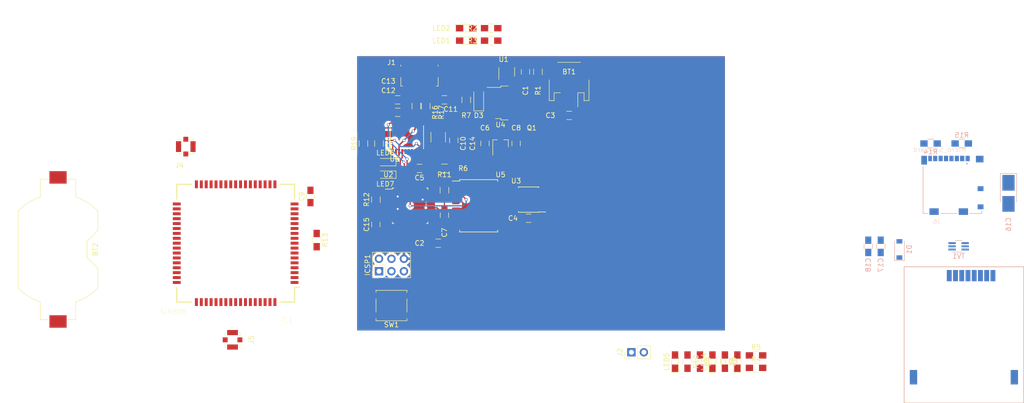
<source format=kicad_pcb>
(kicad_pcb (version 4) (host pcbnew 4.0.6)
  (layers (0 F.Cu signal) (31 B.Cu signal) (34 B.Paste user) (35 F.Paste user) (36 B.SilkS user) (37 F.SilkS user) (38 B.Mask user) (39 F.Mask user) (44 Edge.Cuts user))
  (net 0 "")
  (net 1 +BATT)
  (net 2 GND)
  (net 3 "Net-(BT2-Pad1)")
  (net 4 VBUS)
  (net 5 "Net-(C2-Pad1)")
  (net 6 +3V3)
  (net 7 /ARD_RST)
  (net 8 /DTR)
  (net 9 "Net-(C6-Pad1)")
  (net 10 /RTC_PWR)
  (net 11 "Net-(C9-Pad1)")
  (net 12 "Net-(C11-Pad1)")
  (net 13 "Net-(C12-Pad1)")
  (net 14 "Net-(C13-Pad1)")
  (net 15 +2V8)
  (net 16 /SIM808_P)
  (net 17 "Net-(IC1-Pad9)")
  (net 18 /SIM808_RI)
  (net 19 "Net-(IC1-Pad11)")
  (net 20 "Net-(IC1-Pad12)")
  (net 21 "Net-(IC1-Pad13)")
  (net 22 /ARD_HRX)
  (net 23 /ARD_HTX)
  (net 24 "Net-(IC1-Pad19)")
  (net 25 "Net-(IC1-Pad20)")
  (net 26 "Net-(IC1-Pad21)")
  (net 27 "Net-(IC1-Pad22)")
  (net 28 "Net-(IC1-Pad23)")
  (net 29 "Net-(IC1-Pad24)")
  (net 30 "Net-(IC1-Pad25)")
  (net 31 "Net-(IC1-Pad26)")
  (net 32 "Net-(IC1-Pad27)")
  (net 33 +1V8)
  (net 34 /SIMDATA)
  (net 35 /SIMCLK)
  (net 36 /SIMRST)
  (net 37 "Net-(IC1-Pad33)")
  (net 38 "Net-(IC1-Pad35)")
  (net 39 "Net-(IC1-Pad37)")
  (net 40 "Net-(IC1-Pad38)")
  (net 41 "Net-(IC1-Pad39)")
  (net 42 "Net-(IC1-Pad41)")
  (net 43 "Net-(IC1-Pad42)")
  (net 44 "Net-(IC1-Pad43)")
  (net 45 "Net-(IC1-Pad44)")
  (net 46 "Net-(IC1-Pad45)")
  (net 47 "Net-(IC1-Pad46)")
  (net 48 "Net-(IC1-Pad47)")
  (net 49 "Net-(IC1-Pad48)")
  (net 50 /SIM808_S)
  (net 51 /NETWORK_LED)
  (net 52 "Net-(IC1-Pad53)")
  (net 53 "Net-(IC1-Pad55)")
  (net 54 "Net-(IC1-Pad56)")
  (net 55 "Net-(IC1-Pad57)")
  (net 56 "Net-(IC1-Pad58)")
  (net 57 "Net-(IC1-Pad59)")
  (net 58 "Net-(IC1-Pad60)")
  (net 59 "Net-(IC1-Pad61)")
  (net 60 "Net-(IC1-Pad62)")
  (net 61 "Net-(IC1-Pad63)")
  (net 62 "Net-(IC1-Pad66)")
  (net 63 /ARD_MISO)
  (net 64 /ARD_SCK)
  (net 65 /ARD_MOSI)
  (net 66 "Net-(J1-Pad4)")
  (net 67 "Net-(J2-Pad2)")
  (net 68 "Net-(J3-Pad6)")
  (net 69 "Net-(J6-Pad8)")
  (net 70 /ARD_IO10)
  (net 71 "Net-(J6-Pad1)")
  (net 72 "Net-(R1-Pad1)")
  (net 73 "Net-(R2-Pad2)")
  (net 74 /SDA)
  (net 75 /SCL)
  (net 76 "Net-(R11-Pad1)")
  (net 77 /WAKE_UP)
  (net 78 "Net-(R16-Pad1)")
  (net 79 "Net-(R17-Pad2)")
  (net 80 "Net-(R18-Pad1)")
  (net 81 "Net-(R19-Pad1)")
  (net 82 "Net-(TV1-Pad6)")
  (net 83 "Net-(U2-Pad7)")
  (net 84 "Net-(U2-Pad8)")
  (net 85 "Net-(U2-Pad11)")
  (net 86 "Net-(U2-Pad19)")
  (net 87 "Net-(U2-Pad22)")
  (net 88 "Net-(U2-Pad24)")
  (net 89 "Net-(U2-Pad25)")
  (net 90 "Net-(U2-Pad26)")
  (net 91 /ARD_RX)
  (net 92 /ARD_TX)
  (net 93 "Net-(U3-Pad7)")
  (net 94 "Net-(U5-Pad1)")
  (net 95 "Net-(U5-Pad4)")
  (net 96 "Net-(U6-Pad2)")
  (net 97 +3V3_FDTI)
  (net 98 "Net-(U6-Pad5)")
  (net 99 "Net-(U6-Pad7)")
  (net 100 "Net-(U6-Pad8)")
  (net 101 "Net-(U6-Pad18)")
  (net 102 "Net-(U6-Pad19)")
  (net 103 "Net-(LED1-Pad1)")
  (net 104 "Net-(LED2-Pad2)")
  (net 105 "Net-(LED3-Pad2)")
  (net 106 "Net-(LED4-Pad2)")
  (net 107 "Net-(LED5-Pad2)")
  (net 108 "Net-(LED6-Pad2)")
  (net 109 "Net-(LED7-Pad2)")
  (net 110 "Net-(U2-Pad2)")
  (module Capacitors_SMD:C_0805_HandSoldering (layer F.Cu) (at 127 52.07 180)
    (fp_text reference C5 (at 0 -1.905 180) (layer F.SilkS))
    (fp_text value 0.1uF hide)
    (pad 1 smd rect (at -1.25 0 180) (size 1.5 1.25) (layers F.Cu F.Paste F.Mask) (net 7 /ARD_RST))
    (pad 2 smd rect (at 1.25 0 180) (size 1.5 1.25) (layers F.Cu F.Paste F.Mask) (net 8 /DTR))
  )
  (module Housings_QFP:TQFP-32_7x7mm_Pitch0.8mm (layer F.Cu) (at 125.095 59.69)
    (fp_text reference U2 (at -4.445 -6.35) (layer F.SilkS))
    (fp_text value ATMEGA328P-AU hide)
    (pad 1 smd rect (at -4.25 -2.8) (size 1.6 0.55) (layers F.Cu F.Paste F.Mask) (net 77 /WAKE_UP))
    (pad 2 smd rect (at -4.25 -2) (size 1.6 0.55) (layers F.Cu F.Paste F.Mask) (net 110 "Net-(U2-Pad2)"))
    (pad 3 smd rect (at -4.25 -1.2) (size 1.6 0.55) (layers F.Cu F.Paste F.Mask) (net 2 GND))
    (pad 4 smd rect (at -4.25 -0.4) (size 1.6 0.55) (layers F.Cu F.Paste F.Mask) (net 6 +3V3))
    (pad 5 smd rect (at -4.25 0.4) (size 1.6 0.55) (layers F.Cu F.Paste F.Mask) (net 2 GND))
    (pad 6 smd rect (at -4.25 1.2) (size 1.6 0.55) (layers F.Cu F.Paste F.Mask) (net 6 +3V3))
    (pad 7 smd rect (at -4.25 2) (size 1.6 0.55) (layers F.Cu F.Paste F.Mask) (net 83 "Net-(U2-Pad7)"))
    (pad 8 smd rect (at -4.25 2.8) (size 1.6 0.55) (layers F.Cu F.Paste F.Mask) (net 84 "Net-(U2-Pad8)"))
    (pad 9 smd rect (at -2.8 4.25 90) (size 1.6 0.55) (layers F.Cu F.Paste F.Mask) (net 22 /ARD_HRX))
    (pad 10 smd rect (at -2 4.25 90) (size 1.6 0.55) (layers F.Cu F.Paste F.Mask) (net 23 /ARD_HTX))
    (pad 11 smd rect (at -1.2 4.25 90) (size 1.6 0.55) (layers F.Cu F.Paste F.Mask) (net 85 "Net-(U2-Pad11)"))
    (pad 12 smd rect (at -0.4 4.25 90) (size 1.6 0.55) (layers F.Cu F.Paste F.Mask) (net 50 /SIM808_S))
    (pad 13 smd rect (at 0.4 4.25 90) (size 1.6 0.55) (layers F.Cu F.Paste F.Mask) (net 16 /SIM808_P))
    (pad 14 smd rect (at 1.2 4.25 90) (size 1.6 0.55) (layers F.Cu F.Paste F.Mask) (net 70 /ARD_IO10))
    (pad 15 smd rect (at 2 4.25 90) (size 1.6 0.55) (layers F.Cu F.Paste F.Mask) (net 65 /ARD_MOSI))
    (pad 16 smd rect (at 2.8 4.25 90) (size 1.6 0.55) (layers F.Cu F.Paste F.Mask) (net 63 /ARD_MISO))
    (pad 17 smd rect (at 4.25 2.8) (size 1.6 0.55) (layers F.Cu F.Paste F.Mask) (net 64 /ARD_SCK))
    (pad 18 smd rect (at 4.25 2) (size 1.6 0.55) (layers F.Cu F.Paste F.Mask) (net 6 +3V3))
    (pad 19 smd rect (at 4.25 1.2) (size 1.6 0.55) (layers F.Cu F.Paste F.Mask) (net 86 "Net-(U2-Pad19)"))
    (pad 20 smd rect (at 4.25 0.4) (size 1.6 0.55) (layers F.Cu F.Paste F.Mask) (net 5 "Net-(C2-Pad1)"))
    (pad 21 smd rect (at 4.25 -0.4) (size 1.6 0.55) (layers F.Cu F.Paste F.Mask) (net 2 GND))
    (pad 22 smd rect (at 4.25 -1.2) (size 1.6 0.55) (layers F.Cu F.Paste F.Mask) (net 87 "Net-(U2-Pad22)"))
    (pad 23 smd rect (at 4.25 -2) (size 1.6 0.55) (layers F.Cu F.Paste F.Mask) (net 10 /RTC_PWR))
    (pad 24 smd rect (at 4.25 -2.8) (size 1.6 0.55) (layers F.Cu F.Paste F.Mask) (net 88 "Net-(U2-Pad24)"))
    (pad 25 smd rect (at 2.8 -4.25 90) (size 1.6 0.55) (layers F.Cu F.Paste F.Mask) (net 89 "Net-(U2-Pad25)"))
    (pad 26 smd rect (at 2 -4.25 90) (size 1.6 0.55) (layers F.Cu F.Paste F.Mask) (net 90 "Net-(U2-Pad26)"))
    (pad 27 smd rect (at 1.2 -4.25 90) (size 1.6 0.55) (layers F.Cu F.Paste F.Mask) (net 74 /SDA))
    (pad 28 smd rect (at 0.4 -4.25 90) (size 1.6 0.55) (layers F.Cu F.Paste F.Mask) (net 75 /SCL))
    (pad 29 smd rect (at -0.4 -4.25 90) (size 1.6 0.55) (layers F.Cu F.Paste F.Mask) (net 7 /ARD_RST))
    (pad 30 smd rect (at -1.2 -4.25 90) (size 1.6 0.55) (layers F.Cu F.Paste F.Mask) (net 91 /ARD_RX))
    (pad 31 smd rect (at -2 -4.25 90) (size 1.6 0.55) (layers F.Cu F.Paste F.Mask) (net 92 /ARD_TX))
    (pad 32 smd rect (at -2.8 -4.25 90) (size 1.6 0.55) (layers F.Cu F.Paste F.Mask) (net 18 /SIM808_RI))
  )
  (module Housings_SOIC:SOIC-16W_7.5x10.3mm_Pitch1.27mm (layer F.Cu) (at 139.065 59.69)
    (fp_text reference U5 (at 4.445 -6.35 180) (layer F.SilkS))
    (fp_text value DS3231SN hide)
    (pad 1 smd rect (at -4.65 -4.445) (size 1.5 0.6) (layers F.Cu F.Paste F.Mask) (net 94 "Net-(U5-Pad1)"))
    (pad 2 smd rect (at -4.65 -3.175) (size 1.5 0.6) (layers F.Cu F.Paste F.Mask) (net 76 "Net-(R11-Pad1)"))
    (pad 3 smd rect (at -4.65 -1.905) (size 1.5 0.6) (layers F.Cu F.Paste F.Mask) (net 77 /WAKE_UP))
    (pad 4 smd rect (at -4.65 -0.635) (size 1.5 0.6) (layers F.Cu F.Paste F.Mask) (net 95 "Net-(U5-Pad4)"))
    (pad 5 smd rect (at -4.65 0.635) (size 1.5 0.6) (layers F.Cu F.Paste F.Mask) (net 2 GND))
    (pad 6 smd rect (at -4.65 1.905) (size 1.5 0.6) (layers F.Cu F.Paste F.Mask) (net 2 GND))
    (pad 7 smd rect (at -4.65 3.175) (size 1.5 0.6) (layers F.Cu F.Paste F.Mask) (net 2 GND))
    (pad 8 smd rect (at -4.65 4.445) (size 1.5 0.6) (layers F.Cu F.Paste F.Mask) (net 2 GND))
    (pad 9 smd rect (at 4.65 4.445) (size 1.5 0.6) (layers F.Cu F.Paste F.Mask) (net 2 GND))
    (pad 10 smd rect (at 4.65 3.175) (size 1.5 0.6) (layers F.Cu F.Paste F.Mask) (net 2 GND))
    (pad 11 smd rect (at 4.65 1.905) (size 1.5 0.6) (layers F.Cu F.Paste F.Mask) (net 2 GND))
    (pad 12 smd rect (at 4.65 0.635) (size 1.5 0.6) (layers F.Cu F.Paste F.Mask) (net 2 GND))
    (pad 13 smd rect (at 4.65 -0.635) (size 1.5 0.6) (layers F.Cu F.Paste F.Mask) (net 2 GND))
    (pad 14 smd rect (at 4.65 -1.905) (size 1.5 0.6) (layers F.Cu F.Paste F.Mask) (net 3 "Net-(BT2-Pad1)"))
    (pad 15 smd rect (at 4.65 -3.175) (size 1.5 0.6) (layers F.Cu F.Paste F.Mask) (net 74 /SDA))
    (pad 16 smd rect (at 4.65 -4.445) (size 1.5 0.6) (layers F.Cu F.Paste F.Mask) (net 75 /SCL))
  )
  (module Resistors_SMD:R_0805_HandSoldering (layer F.Cu) (at 126.365 39.37 90)
    (fp_text reference R16 (at -1.27 3.81 270) (layer F.SilkS))
    (fp_text value 27R hide)
    (pad 1 smd rect (at -1.35 0 90) (size 1.5 1.3) (layers F.Cu F.Paste F.Mask) (net 78 "Net-(R16-Pad1)"))
    (pad 2 smd rect (at 1.35 0 90) (size 1.5 1.3) (layers F.Cu F.Paste F.Mask) (net 14 "Net-(C13-Pad1)"))
  )
  (module Connectors_JST:JST_PH_S2B-PH-SM4-TB_02x2.00mm_Angled (layer F.Cu) (at 157.48 34.925 180)
    (fp_text reference BT1 (at 0 2.54 180) (layer F.SilkS))
    (fp_text value "External battery")
    (pad 1 smd rect (at -1 -2.875 180) (size 1 3.5) (layers F.Cu F.Paste F.Mask) (net 1 +BATT))
    (pad 2 smd rect (at 1 -2.875 180) (size 1 3.5) (layers F.Cu F.Paste F.Mask) (net 2 GND))
    (pad "" smd rect (at -3.35 2.875 180) (size 1.5 3.4) (layers F.Cu F.Paste F.Mask))
    (pad "" smd rect (at 3.35 2.875 180) (size 1.5 3.4) (layers F.Cu F.Paste F.Mask))
  )
  (module Battery_Holders:Keystone_1058_1x2032-CoinCell (layer F.Cu) (at 53.34 68.58 90)
    (fp_text reference BT2 (at 0 7.62 90) (layer F.SilkS))
    (fp_text value "Backup battery")
    (pad 1 smd rect (at -14.68 0 90) (size 2.54 3.51) (layers F.Cu F.Paste F.Mask) (net 3 "Net-(BT2-Pad1)"))
    (pad 2 smd rect (at 14.68 0 90) (size 2.54 3.51) (layers F.Cu F.Paste F.Mask) (net 2 GND))
  )
  (module Capacitors_SMD:C_0805_HandSoldering (layer F.Cu) (at 148.59 32.385 90)
    (fp_text reference C1 (at -3.81 0 90) (layer F.SilkS))
    (fp_text value 4.7uF hide)
    (pad 1 smd rect (at -1.25 0 90) (size 1.5 1.25) (layers F.Cu F.Paste F.Mask) (net 2 GND))
    (pad 2 smd rect (at 1.25 0 90) (size 1.5 1.25) (layers F.Cu F.Paste F.Mask) (net 4 VBUS))
  )
  (module Capacitors_SMD:C_0805_HandSoldering (layer F.Cu) (at 130.81 67.31)
    (fp_text reference C2 (at -3.81 0) (layer F.SilkS))
    (fp_text value 0.1uF hide)
    (pad 1 smd rect (at -1.25 0) (size 1.5 1.25) (layers F.Cu F.Paste F.Mask) (net 5 "Net-(C2-Pad1)"))
    (pad 2 smd rect (at 1.25 0) (size 1.5 1.25) (layers F.Cu F.Paste F.Mask) (net 2 GND))
  )
  (module Capacitors_SMD:C_0805_HandSoldering (layer F.Cu) (at 157.48 41.275 180)
    (fp_text reference C3 (at 3.81 0 180) (layer F.SilkS))
    (fp_text value 4.7uF hide)
    (pad 1 smd rect (at -1.25 0 180) (size 1.5 1.25) (layers F.Cu F.Paste F.Mask) (net 1 +BATT))
    (pad 2 smd rect (at 1.25 0 180) (size 1.5 1.25) (layers F.Cu F.Paste F.Mask) (net 2 GND))
  )
  (module Capacitors_SMD:C_0805_HandSoldering (layer F.Cu) (at 149.225 62.23)
    (fp_text reference C4 (at -3.175 0) (layer F.SilkS))
    (fp_text value 0.1uF hide)
    (pad 1 smd rect (at -1.25 0) (size 1.5 1.25) (layers F.Cu F.Paste F.Mask) (net 6 +3V3))
    (pad 2 smd rect (at 1.25 0) (size 1.5 1.25) (layers F.Cu F.Paste F.Mask) (net 2 GND))
  )
  (module Capacitors_SMD:C_0805_HandSoldering (layer F.Cu) (at 140.335 46.99 270)
    (fp_text reference C6 (at -3.175 0 360) (layer F.SilkS))
    (fp_text value 1uF hide)
    (pad 1 smd rect (at -1.25 0 270) (size 1.5 1.25) (layers F.Cu F.Paste F.Mask) (net 9 "Net-(C6-Pad1)"))
    (pad 2 smd rect (at 1.25 0 270) (size 1.5 1.25) (layers F.Cu F.Paste F.Mask) (net 2 GND))
  )
  (module Capacitors_SMD:C_0805_HandSoldering (layer F.Cu) (at 132.08 61.595 270)
    (fp_text reference C7 (at 3.556 0 270) (layer F.SilkS))
    (fp_text value 0.1uF hide)
    (pad 1 smd rect (at -1.25 0 270) (size 1.5 1.25) (layers F.Cu F.Paste F.Mask) (net 10 /RTC_PWR))
    (pad 2 smd rect (at 1.25 0 270) (size 1.5 1.25) (layers F.Cu F.Paste F.Mask) (net 2 GND))
  )
  (module Capacitors_SMD:C_0805_HandSoldering (layer F.Cu) (at 146.685 46.99 90)
    (fp_text reference C8 (at 3.175 0 180) (layer F.SilkS))
    (fp_text value 1uF hide)
    (pad 1 smd rect (at -1.25 0 90) (size 1.5 1.25) (layers F.Cu F.Paste F.Mask) (net 6 +3V3))
    (pad 2 smd rect (at 1.25 0 90) (size 1.5 1.25) (layers F.Cu F.Paste F.Mask) (net 2 GND))
  )
  (module Capacitors_SMD:C_0805_HandSoldering (layer F.Cu) (at 104.775 57.785 90)
    (fp_text reference C9 (at 0 -1.75 90) (layer F.SilkS))
    (fp_text value 10uF hide)
    (pad 1 smd rect (at -1.25 0 90) (size 1.5 1.25) (layers F.Cu F.Paste F.Mask) (net 11 "Net-(C9-Pad1)"))
    (pad 2 smd rect (at 1.25 0 90) (size 1.5 1.25) (layers F.Cu F.Paste F.Mask) (net 2 GND))
  )
  (module Capacitors_SMD:C_1210_HandSoldering (layer F.Cu) (at 130.81 45.72 270)
    (fp_text reference C10 (at 1.27 -5.08 450) (layer F.SilkS))
    (fp_text value 4.7uF hide)
    (pad 1 smd rect (at -2 0 270) (size 2 2.5) (layers F.Cu F.Paste F.Mask) (net 4 VBUS))
    (pad 2 smd rect (at 2 0 270) (size 2 2.5) (layers F.Cu F.Paste F.Mask) (net 2 GND))
  )
  (module Capacitors_SMD:C_0805_HandSoldering (layer F.Cu) (at 132.08 38.1)
    (fp_text reference C11 (at 1.27 1.905) (layer F.SilkS))
    (fp_text value 47pF hide)
    (pad 1 smd rect (at -1.25 0) (size 1.5 1.25) (layers F.Cu F.Paste F.Mask) (net 12 "Net-(C11-Pad1)"))
    (pad 2 smd rect (at 1.25 0) (size 1.5 1.25) (layers F.Cu F.Paste F.Mask) (net 2 GND))
  )
  (module Capacitors_SMD:C_0805_HandSoldering (layer F.Cu) (at 122.555 40.64 180)
    (fp_text reference C12 (at 1.905 4.445 180) (layer F.SilkS))
    (fp_text value 0.1uF hide)
    (pad 1 smd rect (at -1.25 0 180) (size 1.5 1.25) (layers F.Cu F.Paste F.Mask) (net 13 "Net-(C12-Pad1)"))
    (pad 2 smd rect (at 1.25 0 180) (size 1.5 1.25) (layers F.Cu F.Paste F.Mask) (net 2 GND))
  )
  (module Capacitors_SMD:C_0805_HandSoldering (layer F.Cu) (at 122.555 38.1 180)
    (fp_text reference C13 (at 1.905 3.81 180) (layer F.SilkS))
    (fp_text value 47pF hide)
    (pad 1 smd rect (at -1.25 0 180) (size 1.5 1.25) (layers F.Cu F.Paste F.Mask) (net 14 "Net-(C13-Pad1)"))
    (pad 2 smd rect (at 1.25 0 180) (size 1.5 1.25) (layers F.Cu F.Paste F.Mask) (net 2 GND))
  )
  (module Capacitors_SMD:C_0805_HandSoldering (layer F.Cu) (at 133.985 46.355 270)
    (fp_text reference C14 (at 0.635 -3.81 270) (layer F.SilkS))
    (fp_text value 0.1uF hide)
    (pad 1 smd rect (at -1.25 0 270) (size 1.5 1.25) (layers F.Cu F.Paste F.Mask) (net 4 VBUS))
    (pad 2 smd rect (at 1.25 0 270) (size 1.5 1.25) (layers F.Cu F.Paste F.Mask) (net 2 GND))
  )
  (module Diodes_SMD:D_SOD-123 (layer F.Cu) (at 139.065 38.1 90)
    (fp_text reference D3 (at -3.175 0 180) (layer F.SilkS))
    (fp_text value B130LAW hide)
    (pad 1 smd rect (at -1.65 0 90) (size 0.9 1.2) (layers F.Cu F.Paste F.Mask) (net 9 "Net-(C6-Pad1)"))
    (pad 2 smd rect (at 1.65 0 90) (size 0.9 1.2) (layers F.Cu F.Paste F.Mask) (net 4 VBUS))
  )
  (module SIM808:QFN100P2400X2400X260-68N (layer F.Cu) (at 89.535 67.31 180)
    (fp_text reference IC1 (at -10.4784 -15.6625 180) (layer F.SilkS) (effects (font (size 1.00176 1.00176) (thickness 0.05))))
    (fp_text value SIM808 (at 12.7 -13.97 180) (layer F.SilkS) (effects (font (size 1.00291 1.00291) (thickness 0.05))))
    (pad 1 smd rect (at -12 -8 180) (size 1.6 0.6) (layers F.Cu F.Paste F.Mask) (net 2 GND))
    (pad 2 smd rect (at -12 -7 180) (size 1.6 0.6) (layers F.Cu F.Paste F.Mask) (net 2 GND))
    (pad 3 smd rect (at -12 -6 180) (size 1.6 0.6) (layers F.Cu F.Paste F.Mask) (net 2 GND))
    (pad 4 smd rect (at -12 -5 180) (size 1.6 0.6) (layers F.Cu F.Paste F.Mask) (net 1 +BATT))
    (pad 5 smd rect (at -12 -4 180) (size 1.6 0.6) (layers F.Cu F.Paste F.Mask) (net 1 +BATT))
    (pad 6 smd rect (at -12 -3 180) (size 1.6 0.6) (layers F.Cu F.Paste F.Mask) (net 1 +BATT))
    (pad 7 smd rect (at -12 -2 180) (size 1.6 0.6) (layers F.Cu F.Paste F.Mask) (net 15 +2V8))
    (pad 8 smd rect (at -12 -1 180) (size 1.6 0.6) (layers F.Cu F.Paste F.Mask) (net 16 /SIM808_P))
    (pad 9 smd rect (at -12 0 180) (size 1.6 0.6) (layers F.Cu F.Paste F.Mask) (net 17 "Net-(IC1-Pad9)"))
    (pad 10 smd rect (at -12 1 180) (size 1.6 0.6) (layers F.Cu F.Paste F.Mask) (net 18 /SIM808_RI))
    (pad 11 smd rect (at -12 2 180) (size 1.6 0.6) (layers F.Cu F.Paste F.Mask) (net 19 "Net-(IC1-Pad11)"))
    (pad 12 smd rect (at -12 3 180) (size 1.6 0.6) (layers F.Cu F.Paste F.Mask) (net 20 "Net-(IC1-Pad12)"))
    (pad 13 smd rect (at -12 4 180) (size 1.6 0.6) (layers F.Cu F.Paste F.Mask) (net 21 "Net-(IC1-Pad13)"))
    (pad 14 smd rect (at -12 5 180) (size 1.6 0.6) (layers F.Cu F.Paste F.Mask) (net 22 /ARD_HRX))
    (pad 15 smd rect (at -12 6 180) (size 1.6 0.6) (layers F.Cu F.Paste F.Mask) (net 23 /ARD_HTX))
    (pad 16 smd rect (at -12 7 180) (size 1.6 0.6) (layers F.Cu F.Paste F.Mask) (net 7 /ARD_RST))
    (pad 17 smd rect (at -12 8 180) (size 1.6 0.6) (layers F.Cu F.Paste F.Mask) (net 11 "Net-(C9-Pad1)"))
    (pad 18 smd rect (at -8 12 270) (size 1.6 0.6) (layers F.Cu F.Paste F.Mask) (net 2 GND))
    (pad 19 smd rect (at -7 12 270) (size 1.6 0.6) (layers F.Cu F.Paste F.Mask) (net 24 "Net-(IC1-Pad19)"))
    (pad 20 smd rect (at -6 12 270) (size 1.6 0.6) (layers F.Cu F.Paste F.Mask) (net 25 "Net-(IC1-Pad20)"))
    (pad 21 smd rect (at -5 12 270) (size 1.6 0.6) (layers F.Cu F.Paste F.Mask) (net 26 "Net-(IC1-Pad21)"))
    (pad 22 smd rect (at -4 12 270) (size 1.6 0.6) (layers F.Cu F.Paste F.Mask) (net 27 "Net-(IC1-Pad22)"))
    (pad 23 smd rect (at -3 12 270) (size 1.6 0.6) (layers F.Cu F.Paste F.Mask) (net 28 "Net-(IC1-Pad23)"))
    (pad 24 smd rect (at -2 12 270) (size 1.6 0.6) (layers F.Cu F.Paste F.Mask) (net 29 "Net-(IC1-Pad24)"))
    (pad 25 smd rect (at -1 12 270) (size 1.6 0.6) (layers F.Cu F.Paste F.Mask) (net 30 "Net-(IC1-Pad25)"))
    (pad 26 smd rect (at 0 12 270) (size 1.6 0.6) (layers F.Cu F.Paste F.Mask) (net 31 "Net-(IC1-Pad26)"))
    (pad 27 smd rect (at 1 12 270) (size 1.6 0.6) (layers F.Cu F.Paste F.Mask) (net 32 "Net-(IC1-Pad27)"))
    (pad 28 smd rect (at 2 12 270) (size 1.6 0.6) (layers F.Cu F.Paste F.Mask) (net 2 GND))
    (pad 29 smd rect (at 3 12 270) (size 1.6 0.6) (layers F.Cu F.Paste F.Mask) (net 33 +1V8))
    (pad 30 smd rect (at 4 12 270) (size 1.6 0.6) (layers F.Cu F.Paste F.Mask) (net 34 /SIMDATA))
    (pad 31 smd rect (at 5 12 270) (size 1.6 0.6) (layers F.Cu F.Paste F.Mask) (net 35 /SIMCLK))
    (pad 32 smd rect (at 6 12 270) (size 1.6 0.6) (layers F.Cu F.Paste F.Mask) (net 36 /SIMRST))
    (pad 33 smd rect (at 7 12 270) (size 1.6 0.6) (layers F.Cu F.Paste F.Mask) (net 37 "Net-(IC1-Pad33)"))
    (pad 34 smd rect (at 8 12 270) (size 1.6 0.6) (layers F.Cu F.Paste F.Mask) (net 2 GND))
    (pad 35 smd rect (at 12 8) (size 1.6 0.6) (layers F.Cu F.Paste F.Mask) (net 38 "Net-(IC1-Pad35)"))
    (pad 36 smd rect (at 12 7) (size 1.6 0.6) (layers F.Cu F.Paste F.Mask) (net 2 GND))
    (pad 37 smd rect (at 12 6) (size 1.6 0.6) (layers F.Cu F.Paste F.Mask) (net 39 "Net-(IC1-Pad37)"))
    (pad 38 smd rect (at 12 5) (size 1.6 0.6) (layers F.Cu F.Paste F.Mask) (net 40 "Net-(IC1-Pad38)"))
    (pad 39 smd rect (at 12 4) (size 1.6 0.6) (layers F.Cu F.Paste F.Mask) (net 41 "Net-(IC1-Pad39)"))
    (pad 40 smd rect (at 12 3) (size 1.6 0.6) (layers F.Cu F.Paste F.Mask) (net 2 GND))
    (pad 41 smd rect (at 12 2) (size 1.6 0.6) (layers F.Cu F.Paste F.Mask) (net 42 "Net-(IC1-Pad41)"))
    (pad 42 smd rect (at 12 1) (size 1.6 0.6) (layers F.Cu F.Paste F.Mask) (net 43 "Net-(IC1-Pad42)"))
    (pad 43 smd rect (at 12 0) (size 1.6 0.6) (layers F.Cu F.Paste F.Mask) (net 44 "Net-(IC1-Pad43)"))
    (pad 44 smd rect (at 12 -1) (size 1.6 0.6) (layers F.Cu F.Paste F.Mask) (net 45 "Net-(IC1-Pad44)"))
    (pad 45 smd rect (at 12 -2) (size 1.6 0.6) (layers F.Cu F.Paste F.Mask) (net 46 "Net-(IC1-Pad45)"))
    (pad 46 smd rect (at 12 -3) (size 1.6 0.6) (layers F.Cu F.Paste F.Mask) (net 47 "Net-(IC1-Pad46)"))
    (pad 47 smd rect (at 12 -4) (size 1.6 0.6) (layers F.Cu F.Paste F.Mask) (net 48 "Net-(IC1-Pad47)"))
    (pad 48 smd rect (at 12 -5) (size 1.6 0.6) (layers F.Cu F.Paste F.Mask) (net 49 "Net-(IC1-Pad48)"))
    (pad 49 smd rect (at 12 -6) (size 1.6 0.6) (layers F.Cu F.Paste F.Mask) (net 50 /SIM808_S))
    (pad 50 smd rect (at 12 -7) (size 1.6 0.6) (layers F.Cu F.Paste F.Mask) (net 51 /NETWORK_LED))
    (pad 51 smd rect (at 12 -8) (size 1.6 0.6) (layers F.Cu F.Paste F.Mask) (net 2 GND))
    (pad 52 smd rect (at 8 -12 90) (size 1.6 0.6) (layers F.Cu F.Paste F.Mask) (net 2 GND))
    (pad 53 smd rect (at 7 -12 90) (size 1.6 0.6) (layers F.Cu F.Paste F.Mask) (net 52 "Net-(IC1-Pad53)"))
    (pad 54 smd rect (at 6 -12 90) (size 1.6 0.6) (layers F.Cu F.Paste F.Mask) (net 2 GND))
    (pad 55 smd rect (at 5 -12 90) (size 1.6 0.6) (layers F.Cu F.Paste F.Mask) (net 53 "Net-(IC1-Pad55)"))
    (pad 56 smd rect (at 4 -12 90) (size 1.6 0.6) (layers F.Cu F.Paste F.Mask) (net 54 "Net-(IC1-Pad56)"))
    (pad 57 smd rect (at 3 -12 90) (size 1.6 0.6) (layers F.Cu F.Paste F.Mask) (net 55 "Net-(IC1-Pad57)"))
    (pad 58 smd rect (at 2 -12 90) (size 1.6 0.6) (layers F.Cu F.Paste F.Mask) (net 56 "Net-(IC1-Pad58)"))
    (pad 59 smd rect (at 1 -12 90) (size 1.6 0.6) (layers F.Cu F.Paste F.Mask) (net 57 "Net-(IC1-Pad59)"))
    (pad 60 smd rect (at 0 -12 90) (size 1.6 0.6) (layers F.Cu F.Paste F.Mask) (net 58 "Net-(IC1-Pad60)"))
    (pad 61 smd rect (at -1 -12 90) (size 1.6 0.6) (layers F.Cu F.Paste F.Mask) (net 59 "Net-(IC1-Pad61)"))
    (pad 62 smd rect (at -2 -12 90) (size 1.6 0.6) (layers F.Cu F.Paste F.Mask) (net 60 "Net-(IC1-Pad62)"))
    (pad 63 smd rect (at -3 -12 90) (size 1.6 0.6) (layers F.Cu F.Paste F.Mask) (net 61 "Net-(IC1-Pad63)"))
    (pad 64 smd rect (at -4 -12 90) (size 1.6 0.6) (layers F.Cu F.Paste F.Mask) (net 2 GND))
    (pad 65 smd rect (at -5 -12 90) (size 1.6 0.6) (layers F.Cu F.Paste F.Mask) (net 2 GND))
    (pad 66 smd rect (at -6 -12 90) (size 1.6 0.6) (layers F.Cu F.Paste F.Mask) (net 62 "Net-(IC1-Pad66)"))
    (pad 67 smd rect (at -7 -12 90) (size 1.6 0.6) (layers F.Cu F.Paste F.Mask) (net 2 GND))
    (pad 68 smd rect (at -8 -12 90) (size 1.6 0.6) (layers F.Cu F.Paste F.Mask) (net 2 GND))
  )
  (module Pin_Headers:Pin_Header_Straight_2x03_Pitch2.54mm (layer F.Cu) (at 118.745 73.025 90)
    (fp_text reference ICSP1 (at 1.27 -2.33 90) (layer F.SilkS))
    (fp_text value CONN_02X03 hide)
    (pad 1 thru_hole rect (at 0 0 90) (size 1.7 1.7) (drill 1) (layers *.Cu *.Mask) (net 63 /ARD_MISO))
    (pad 2 thru_hole oval (at 2.54 0 90) (size 1.7 1.7) (drill 1) (layers *.Cu *.Mask) (net 6 +3V3))
    (pad 3 thru_hole oval (at 0 2.54 90) (size 1.7 1.7) (drill 1) (layers *.Cu *.Mask) (net 64 /ARD_SCK))
    (pad 4 thru_hole oval (at 2.54 2.54 90) (size 1.7 1.7) (drill 1) (layers *.Cu *.Mask) (net 65 /ARD_MOSI))
    (pad 5 thru_hole oval (at 0 5.08 90) (size 1.7 1.7) (drill 1) (layers *.Cu *.Mask) (net 7 /ARD_RST))
    (pad 6 thru_hole oval (at 2.54 5.08 90) (size 1.7 1.7) (drill 1) (layers *.Cu *.Mask) (net 2 GND))
  )
  (module Connectors_USB:USB_Micro-B_Molex_47346-0001 (layer F.Cu) (at 127 32.385 180)
    (fp_text reference J1 (at 5.715 1.905 360) (layer F.SilkS))
    (fp_text value "Molex 47346-0001" hide)
    (pad 1 smd rect (at -1.3 -2.66 180) (size 0.45 1.38) (layers F.Cu F.Paste F.Mask) (net 4 VBUS))
    (pad 2 smd rect (at -0.65 -2.66 180) (size 0.45 1.38) (layers F.Cu F.Paste F.Mask) (net 12 "Net-(C11-Pad1)"))
    (pad 3 smd rect (at 0 -2.66 180) (size 0.45 1.38) (layers F.Cu F.Paste F.Mask) (net 14 "Net-(C13-Pad1)"))
    (pad 4 smd rect (at 0.65 -2.66 180) (size 0.45 1.38) (layers F.Cu F.Paste F.Mask) (net 66 "Net-(J1-Pad4)"))
    (pad 5 smd rect (at 1.3 -2.66 180) (size 0.45 1.38) (layers F.Cu F.Paste F.Mask) (net 2 GND))
    (pad 6 smd rect (at -2.4625 -2.3 180) (size 1.475 2.1) (layers F.Cu F.Paste F.Mask) (net 2 GND))
    (pad 6 smd rect (at 2.4625 -2.3 180) (size 1.475 2.1) (layers F.Cu F.Paste F.Mask) (net 2 GND))
    (pad 6 smd rect (at -2.91 0 180) (size 2.375 1.9) (layers F.Cu F.Paste F.Mask) (net 2 GND))
    (pad 6 smd rect (at 2.91 0 180) (size 2.375 1.9) (layers F.Cu F.Paste F.Mask) (net 2 GND))
    (pad 6 smd rect (at -0.84 0 180) (size 1.175 1.9) (layers F.Cu F.Paste F.Mask) (net 2 GND))
    (pad 6 smd rect (at 0.84 0 180) (size 1.175 1.9) (layers F.Cu F.Paste F.Mask) (net 2 GND))
  )
  (module acronet:47553-0001 (layer B.Cu) (at 243.84 94.615 270)
    (fp_text reference J3 hide)
    (fp_text value 47553-0001 hide)
    (pad 3 smd rect (at -20.7 3.81 270) (size 2.3 1) (layers B.Cu B.Paste B.Mask) (net 35 /SIMCLK))
    (pad CD1 smd rect (at -20.7 1.27 270) (size 2.3 1) (layers B.Cu B.Paste B.Mask))
    (pad CD2 smd rect (at -20.7 0 270) (size 2.3 1) (layers B.Cu B.Paste B.Mask))
    (pad 2 smd rect (at -20.7 6.35 270) (size 2.3 1) (layers B.Cu B.Paste B.Mask) (net 36 /SIMRST))
    (pad 1 smd rect (at -20.7 8.89 270) (size 2.3 1) (layers B.Cu B.Paste B.Mask) (net 33 +1V8))
    (pad 7 smd rect (at -20.7 2.54 270) (size 2.3 1) (layers B.Cu B.Paste B.Mask) (net 34 /SIMDATA))
    (pad 5 smd rect (at -20.7 7.62 270) (size 2.3 1) (layers B.Cu B.Paste B.Mask) (net 2 GND))
    (pad 6 smd rect (at -20.7 5.08 270) (size 2.3 1) (layers B.Cu B.Paste B.Mask) (net 68 "Net-(J3-Pad6)"))
    (pad GND1 smd rect (at 0 16.18 270) (size 2.95 1.5) (layers B.Cu B.Paste B.Mask))
    (pad GND2 smd rect (at 0 -4.37 270) (size 2.95 1.5) (layers B.Cu B.Paste B.Mask))
  )
  (module Connectors_Molex:Molex_Microcoaxial_RF (layer F.Cu) (at 79.375 47.625)
    (fp_text reference J4 (at -1.27 3.81) (layer F.SilkS))
    (fp_text value CONN_COAXIAL hide)
    (pad 2 smd rect (at -1.475 0) (size 1.05 2.2) (layers F.Cu F.Paste F.Mask) (net 2 GND))
    (pad 2 smd rect (at 1.475 0) (size 1.05 2.2) (layers F.Cu F.Paste F.Mask) (net 2 GND))
    (pad 2 smd rect (at 0 -1.5) (size 1 1) (layers F.Cu F.Paste F.Mask) (net 2 GND))
    (pad 1 smd rect (at 0 1.5) (size 1 1) (layers F.Cu F.Paste F.Mask) (net 38 "Net-(IC1-Pad35)"))
  )
  (module Connectors_Molex:Molex_Microcoaxial_RF (layer F.Cu) (at 88.9 86.995 270)
    (fp_text reference J5 (at 0 -3.81 270) (layer F.SilkS))
    (fp_text value CONN_COAXIAL hide)
    (pad 2 smd rect (at -1.475 0 270) (size 1.05 2.2) (layers F.Cu F.Paste F.Mask) (net 2 GND))
    (pad 2 smd rect (at 1.475 0 270) (size 1.05 2.2) (layers F.Cu F.Paste F.Mask) (net 2 GND))
    (pad 2 smd rect (at 0 -1.5 270) (size 1 1) (layers F.Cu F.Paste F.Mask) (net 2 GND))
    (pad 1 smd rect (at 0 1.5 270) (size 1 1) (layers F.Cu F.Paste F.Mask) (net 62 "Net-(IC1-Pad66)"))
  )
  (module 104031-0811:MOLEX_104031-0811 (layer B.Cu) (at 235.585 55.245)
    (fp_text reference J6 (at -3.18735 7.64968) (layer B.SilkS) (effects (font (size 1.0039 1.0039) (thickness 0.05)) (justify mirror)))
    (fp_text value Micro_SD_Card (at -2.54813 -7.00732) (layer B.SilkS) (effects (font (size 1.00319 1.00319) (thickness 0.05)) (justify mirror)))
    (pad 8 smd rect (at -4.545 -5.2) (size 0.75 1.1) (layers B.Cu B.Paste B.Mask) (net 69 "Net-(J6-Pad8)"))
    (pad 7 smd rect (at -3.495 -5.2) (size 0.85 1.1) (layers B.Cu B.Paste B.Mask) (net 63 /ARD_MISO))
    (pad 6 smd rect (at -2.395 -5.2) (size 0.85 1.1) (layers B.Cu B.Paste B.Mask) (net 2 GND))
    (pad 5 smd rect (at -1.295 -5.2) (size 0.85 1.1) (layers B.Cu B.Paste B.Mask) (net 64 /ARD_SCK))
    (pad 4 smd rect (at -0.195 -5.2) (size 0.85 1.1) (layers B.Cu B.Paste B.Mask) (net 6 +3V3))
    (pad 3 smd rect (at 0.905 -5.2) (size 0.85 1.1) (layers B.Cu B.Paste B.Mask) (net 65 /ARD_MOSI))
    (pad 2 smd rect (at 2.005 -5.2) (size 0.875 1.1) (layers B.Cu B.Paste B.Mask) (net 70 /ARD_IO10))
    (pad 1 smd rect (at 3.105 -5.2) (size 0.85 1.1) (layers B.Cu B.Paste B.Mask) (net 71 "Net-(J6-Pad1)"))
    (pad 9 smd rect (at 5.74 0.95) (size 1.2 1) (layers B.Cu B.Paste B.Mask) (net 2 GND))
    (pad 10 smd rect (at 5.74 4.65) (size 1.2 1) (layers B.Cu B.Paste B.Mask))
    (pad G3 smd rect (at -3.73 5.625) (size 1.9 1.35) (layers B.Cu B.Paste B.Mask))
    (pad G4 smd rect (at 2.24 5.625) (size 1.9 1.35) (layers B.Cu B.Paste B.Mask))
    (pad G2 smd rect (at -5.755 -4.85) (size 1.17 1.8) (layers B.Cu B.Paste B.Mask))
    (pad G1 smd rect (at 5.565 -5.075) (size 1.55 1.35) (layers B.Cu B.Paste B.Mask))
  )
  (module LEDs:LED_0805_HandSoldering (layer F.Cu) (at 136.525 26.035 180)
    (fp_text reference LED1 (at 5.08 0 180) (layer F.SilkS))
    (fp_text value Chg)
    (pad 1 smd rect (at -1.35 0 180) (size 1.5 1.3) (layers F.Cu F.Paste F.Mask) (net 103 "Net-(LED1-Pad1)"))
    (pad 2 smd rect (at 1.35 0 180) (size 1.5 1.3) (layers F.Cu F.Paste F.Mask) (net 4 VBUS))
  )
  (module LEDs:LED_0805_HandSoldering (layer F.Cu) (at 136.525 23.495)
    (fp_text reference LED2 (at -5.08 0) (layer F.SilkS))
    (fp_text value Done)
    (pad 1 smd rect (at -1.35 0) (size 1.5 1.3) (layers F.Cu F.Paste F.Mask) (net 2 GND))
    (pad 2 smd rect (at 1.35 0) (size 1.5 1.3) (layers F.Cu F.Paste F.Mask) (net 104 "Net-(LED2-Pad2)"))
  )
  (module LEDs:LED_0805_HandSoldering (layer F.Cu) (at 191.77 91.44 90)
    (fp_text reference LED3 (at 0 -1.7 180) (layer F.SilkS))
    (fp_text value Power)
    (pad 1 smd rect (at -1.35 0 90) (size 1.5 1.3) (layers F.Cu F.Paste F.Mask) (net 67 "Net-(J2-Pad2)"))
    (pad 2 smd rect (at 1.35 0 90) (size 1.5 1.3) (layers F.Cu F.Paste F.Mask) (net 105 "Net-(LED3-Pad2)"))
  )
  (module LEDs:LED_0805_HandSoldering (layer F.Cu) (at 186.69 91.44 90)
    (fp_text reference LED4 (at 0 -1.7 90) (layer F.SilkS))
    (fp_text value SIM_Power)
    (pad 1 smd rect (at -1.35 0 90) (size 1.5 1.3) (layers F.Cu F.Paste F.Mask) (net 67 "Net-(J2-Pad2)"))
    (pad 2 smd rect (at 1.35 0 90) (size 1.5 1.3) (layers F.Cu F.Paste F.Mask) (net 106 "Net-(LED4-Pad2)"))
  )
  (module LEDs:LED_0805_HandSoldering (layer F.Cu) (at 179.07 91.44 90)
    (fp_text reference LED5 (at 0 -1.7 90) (layer F.SilkS))
    (fp_text value Network)
    (pad 1 smd rect (at -1.35 0 90) (size 1.5 1.3) (layers F.Cu F.Paste F.Mask) (net 67 "Net-(J2-Pad2)"))
    (pad 2 smd rect (at 1.35 0 90) (size 1.5 1.3) (layers F.Cu F.Paste F.Mask) (net 107 "Net-(LED5-Pad2)"))
  )
  (module LEDs:LED_0805_HandSoldering (layer F.Cu) (at 120.015 50.8 180)
    (fp_text reference LED6 (at 0 1.905 180) (layer F.SilkS))
    (fp_text value Rx)
    (pad 1 smd rect (at -1.35 0 180) (size 1.5 1.3) (layers F.Cu F.Paste F.Mask) (net 97 +3V3_FDTI))
    (pad 2 smd rect (at 1.35 0 180) (size 1.5 1.3) (layers F.Cu F.Paste F.Mask) (net 108 "Net-(LED6-Pad2)"))
  )
  (module LEDs:LED_0805_HandSoldering (layer F.Cu) (at 120.015 53.34 180)
    (fp_text reference LED7 (at 0 -1.905 180) (layer F.SilkS))
    (fp_text value Tx)
    (pad 1 smd rect (at -1.35 0 180) (size 1.5 1.3) (layers F.Cu F.Paste F.Mask) (net 97 +3V3_FDTI))
    (pad 2 smd rect (at 1.35 0 180) (size 1.5 1.3) (layers F.Cu F.Paste F.Mask) (net 109 "Net-(LED7-Pad2)"))
  )
  (module TO_SOT_Packages_SMD:TO-252-2 (layer F.Cu) (at 146.05 38.735)
    (fp_text reference Q1 (at 3.81 5.08) (layer F.SilkS))
    (fp_text value DMP1045U hide)
    (pad 1 smd rect (at -4.2 -2.28) (size 2.2 1.2) (layers F.Cu F.Paste F.Mask) (net 4 VBUS))
    (pad 3 smd rect (at -4.2 2.28) (size 2.2 1.2) (layers F.Cu F.Paste F.Mask) (net 9 "Net-(C6-Pad1)"))
    (pad 2 smd rect (at 2.1 0) (size 6.4 5.8) (layers F.Cu F.Mask) (net 1 +BATT))
    (pad 2 smd rect (at 3.775 1.525) (size 3.05 2.75) (layers F.Cu F.Paste) (net 1 +BATT))
    (pad 2 smd rect (at 0.425 -1.525) (size 3.05 2.75) (layers F.Cu F.Paste) (net 1 +BATT))
    (pad 2 smd rect (at 3.775 -1.525) (size 3.05 2.75) (layers F.Cu F.Paste) (net 1 +BATT))
    (pad 2 smd rect (at 0.425 1.525) (size 3.05 2.75) (layers F.Cu F.Paste) (net 1 +BATT))
  )
  (module Resistors_SMD:R_0805_HandSoldering (layer F.Cu) (at 151.13 32.385 270)
    (fp_text reference R1 (at 3.81 0 270) (layer F.SilkS))
    (fp_text value 2k hide)
    (pad 1 smd rect (at -1.35 0 270) (size 1.5 1.3) (layers F.Cu F.Paste F.Mask) (net 72 "Net-(R1-Pad1)"))
    (pad 2 smd rect (at 1.35 0 270) (size 1.5 1.3) (layers F.Cu F.Paste F.Mask) (net 2 GND))
  )
  (module Resistors_SMD:R_0805_HandSoldering (layer F.Cu) (at 141.605 23.495)
    (fp_text reference R2 (at -3.81 0) (layer F.SilkS))
    (fp_text value 1k hide)
    (pad 1 smd rect (at -1.35 0) (size 1.5 1.3) (layers F.Cu F.Paste F.Mask) (net 104 "Net-(LED2-Pad2)"))
    (pad 2 smd rect (at 1.35 0) (size 1.5 1.3) (layers F.Cu F.Paste F.Mask) (net 73 "Net-(R2-Pad2)"))
  )
  (module Resistors_SMD:R_0805_HandSoldering (layer F.Cu) (at 141.605 26.035)
    (fp_text reference R3 (at -3.81 0 180) (layer F.SilkS))
    (fp_text value 470R hide)
    (pad 1 smd rect (at -1.35 0) (size 1.5 1.3) (layers F.Cu F.Paste F.Mask) (net 103 "Net-(LED1-Pad1)"))
    (pad 2 smd rect (at 1.35 0) (size 1.5 1.3) (layers F.Cu F.Paste F.Mask) (net 73 "Net-(R2-Pad2)"))
  )
  (module Resistors_SMD:R_0805_HandSoldering (layer F.Cu) (at 195.58 92.71)
    (fp_text reference R4 (at 0 -1.7) (layer F.SilkS))
    (fp_text value 1k hide)
    (pad 1 smd rect (at -1.35 0) (size 1.5 1.3) (layers F.Cu F.Paste F.Mask) (net 74 /SDA))
    (pad 2 smd rect (at 1.35 0) (size 1.5 1.3) (layers F.Cu F.Paste F.Mask) (net 6 +3V3))
  )
  (module Resistors_SMD:R_0805_HandSoldering (layer F.Cu) (at 195.58 90.17)
    (fp_text reference R5 (at 0 -1.7) (layer F.SilkS))
    (fp_text value 1k hide)
    (pad 1 smd rect (at -1.35 0) (size 1.5 1.3) (layers F.Cu F.Paste F.Mask) (net 75 /SCL))
    (pad 2 smd rect (at 1.35 0) (size 1.5 1.3) (layers F.Cu F.Paste F.Mask) (net 6 +3V3))
  )
  (module Resistors_SMD:R_0805_HandSoldering (layer F.Cu) (at 132.08 52.07)
    (fp_text reference R6 (at 3.81 0 180) (layer F.SilkS))
    (fp_text value 10k hide)
    (pad 1 smd rect (at -1.35 0) (size 1.5 1.3) (layers F.Cu F.Paste F.Mask) (net 7 /ARD_RST))
    (pad 2 smd rect (at 1.35 0) (size 1.5 1.3) (layers F.Cu F.Paste F.Mask) (net 6 +3V3))
  )
  (module Resistors_SMD:R_0805_HandSoldering (layer F.Cu) (at 136.525 38.1 270)
    (fp_text reference R7 (at 3.175 0 540) (layer F.SilkS))
    (fp_text value 100k hide)
    (pad 1 smd rect (at -1.35 0 270) (size 1.5 1.3) (layers F.Cu F.Paste F.Mask) (net 4 VBUS))
    (pad 2 smd rect (at 1.35 0 270) (size 1.5 1.3) (layers F.Cu F.Paste F.Mask) (net 2 GND))
  )
  (module Resistors_SMD:R_0805_HandSoldering (layer F.Cu) (at 189.23 91.44 270)
    (fp_text reference R8 (at 0 -1.7 270) (layer F.SilkS))
    (fp_text value 1k hide)
    (pad 1 smd rect (at -1.35 0 270) (size 1.5 1.3) (layers F.Cu F.Paste F.Mask) (net 105 "Net-(LED3-Pad2)"))
    (pad 2 smd rect (at 1.35 0 270) (size 1.5 1.3) (layers F.Cu F.Paste F.Mask) (net 6 +3V3))
  )
  (module Resistors_SMD:R_0805_HandSoldering (layer F.Cu) (at 184.15 91.44 270)
    (fp_text reference R9 (at 0 -1.7 270) (layer F.SilkS))
    (fp_text value 1k hide)
    (pad 1 smd rect (at -1.35 0 270) (size 1.5 1.3) (layers F.Cu F.Paste F.Mask) (net 106 "Net-(LED4-Pad2)"))
    (pad 2 smd rect (at 1.35 0 270) (size 1.5 1.3) (layers F.Cu F.Paste F.Mask) (net 50 /SIM808_S))
  )
  (module Resistors_SMD:R_0805_HandSoldering (layer F.Cu) (at 181.61 91.44 270)
    (fp_text reference R10 (at 0 -1.7 270) (layer F.SilkS))
    (fp_text value 1k hide)
    (pad 1 smd rect (at -1.35 0 270) (size 1.5 1.3) (layers F.Cu F.Paste F.Mask) (net 107 "Net-(LED5-Pad2)"))
    (pad 2 smd rect (at 1.35 0 270) (size 1.5 1.3) (layers F.Cu F.Paste F.Mask) (net 51 /NETWORK_LED))
  )
  (module Resistors_SMD:R_0805_HandSoldering (layer F.Cu) (at 132.08 56.515 270)
    (fp_text reference R11 (at -3.175 0 360) (layer F.SilkS))
    (fp_text value 160R hide)
    (pad 1 smd rect (at -1.35 0 270) (size 1.5 1.3) (layers F.Cu F.Paste F.Mask) (net 76 "Net-(R11-Pad1)"))
    (pad 2 smd rect (at 1.35 0 270) (size 1.5 1.3) (layers F.Cu F.Paste F.Mask) (net 10 /RTC_PWR))
  )
  (module Resistors_SMD:R_0805_HandSoldering (layer F.Cu) (at 118.11 58.42 270)
    (fp_text reference R12 (at 0 1.905 270) (layer F.SilkS))
    (fp_text value 20k hide)
    (pad 1 smd rect (at -1.35 0 270) (size 1.5 1.3) (layers F.Cu F.Paste F.Mask) (net 77 /WAKE_UP))
    (pad 2 smd rect (at 1.35 0 270) (size 1.5 1.3) (layers F.Cu F.Paste F.Mask) (net 6 +3V3))
  )
  (module Resistors_SMD:R_0805_HandSoldering (layer F.Cu) (at 106.045 66.675 270)
    (fp_text reference R13 (at 0 -1.7 270) (layer F.SilkS))
    (fp_text value 10k hide)
    (pad 1 smd rect (at -1.35 0 270) (size 1.5 1.3) (layers F.Cu F.Paste F.Mask) (net 21 "Net-(IC1-Pad13)"))
    (pad 2 smd rect (at 1.35 0 270) (size 1.5 1.3) (layers F.Cu F.Paste F.Mask) (net 15 +2V8))
  )
  (module Resistors_SMD:R_0805_HandSoldering (layer B.Cu) (at 231.14 46.99)
    (fp_text reference R14 (at 0 1.7) (layer B.SilkS) (effects (justify mirror)))
    (fp_text value 50k hide)
    (pad 1 smd rect (at -1.35 0) (size 1.5 1.3) (layers B.Cu B.Paste B.Mask) (net 69 "Net-(J6-Pad8)"))
    (pad 2 smd rect (at 1.35 0) (size 1.5 1.3) (layers B.Cu B.Paste B.Mask) (net 6 +3V3))
  )
  (module Resistors_SMD:R_0805_HandSoldering (layer B.Cu) (at 237.49 46.99 180)
    (fp_text reference R15 (at 0 1.7 180) (layer B.SilkS) (effects (justify mirror)))
    (fp_text value 50k hide)
    (pad 1 smd rect (at -1.35 0 180) (size 1.5 1.3) (layers B.Cu B.Paste B.Mask) (net 71 "Net-(J6-Pad1)"))
    (pad 2 smd rect (at 1.35 0 180) (size 1.5 1.3) (layers B.Cu B.Paste B.Mask) (net 6 +3V3))
  )
  (module Resistors_SMD:R_0805_HandSoldering (layer F.Cu) (at 128.27 39.37 270)
    (fp_text reference R17 (at 1.27 -3.175 270) (layer F.SilkS))
    (fp_text value 27R hide)
    (pad 1 smd rect (at -1.35 0 270) (size 1.5 1.3) (layers F.Cu F.Paste F.Mask) (net 12 "Net-(C11-Pad1)"))
    (pad 2 smd rect (at 1.35 0 270) (size 1.5 1.3) (layers F.Cu F.Paste F.Mask) (net 79 "Net-(R17-Pad2)"))
  )
  (module Resistors_SMD:R_0805_HandSoldering (layer F.Cu) (at 118.745 46.99 270)
    (fp_text reference R18 (at 0 -1.905 270) (layer F.SilkS))
    (fp_text value 1k hide)
    (pad 1 smd rect (at -1.35 0 270) (size 1.5 1.3) (layers F.Cu F.Paste F.Mask) (net 80 "Net-(R18-Pad1)"))
    (pad 2 smd rect (at 1.35 0 270) (size 1.5 1.3) (layers F.Cu F.Paste F.Mask) (net 108 "Net-(LED6-Pad2)"))
  )
  (module Resistors_SMD:R_0805_HandSoldering (layer F.Cu) (at 115.57 46.99 270)
    (fp_text reference R19 (at 0 1.905 270) (layer F.SilkS))
    (fp_text value 1k hide)
    (pad 1 smd rect (at -1.35 0 270) (size 1.5 1.3) (layers F.Cu F.Paste F.Mask) (net 81 "Net-(R19-Pad1)"))
    (pad 2 smd rect (at 1.35 0 270) (size 1.5 1.3) (layers F.Cu F.Paste F.Mask) (net 109 "Net-(LED7-Pad2)"))
  )
  (module Buttons_Switches_SMD:SW_SPST_EVPBF (layer F.Cu) (at 121.285 80.01 180)
    (fp_text reference SW1 (at 0 -3.9 180) (layer F.SilkS))
    (fp_text value Reset)
    (pad 1 smd rect (at 2.88 -2 180) (size 2.75 1) (layers F.Cu F.Paste F.Mask) (net 2 GND))
    (pad 1 smd rect (at -2.88 -2 180) (size 2.75 1) (layers F.Cu F.Paste F.Mask) (net 2 GND))
    (pad 2 smd rect (at -2.88 2 180) (size 2.75 1) (layers F.Cu F.Paste F.Mask) (net 7 /ARD_RST))
    (pad 2 smd rect (at 2.88 2 180) (size 2.75 1) (layers F.Cu F.Paste F.Mask) (net 7 /ARD_RST))
  )
  (module TO_SOT_Packages_SMD:SOT-363_SC-70-6_Handsoldering (layer B.Cu) (at 236.855 67.945)
    (fp_text reference TV1 (at 0 2) (layer B.SilkS) (effects (justify mirror)))
    (fp_text value SMF05C hide)
    (pad 1 smd rect (at -1.33 0.65) (size 1.5 0.4) (layers B.Cu B.Paste B.Mask) (net 33 +1V8))
    (pad 2 smd rect (at -1.33 0) (size 1.5 0.4) (layers B.Cu B.Paste B.Mask) (net 2 GND))
    (pad 3 smd rect (at -1.33 -0.65) (size 1.5 0.4) (layers B.Cu B.Paste B.Mask) (net 36 /SIMRST))
    (pad 4 smd rect (at 1.33 -0.65) (size 1.5 0.4) (layers B.Cu B.Paste B.Mask) (net 35 /SIMCLK))
    (pad 5 smd rect (at 1.33 0) (size 1.5 0.4) (layers B.Cu B.Paste B.Mask) (net 34 /SIMDATA))
    (pad 6 smd rect (at 1.33 0.65) (size 1.5 0.4) (layers B.Cu B.Paste B.Mask) (net 82 "Net-(TV1-Pad6)"))
  )
  (module TO_SOT_Packages_SMD:SOT-23-5 (layer F.Cu) (at 144.78 32.385 90)
    (fp_text reference U1 (at 2.54 -0.635 360) (layer F.SilkS))
    (fp_text value MCP73832-5-OT hide)
    (pad 1 smd rect (at -1.1 -0.95 90) (size 1.06 0.65) (layers F.Cu F.Paste F.Mask) (net 73 "Net-(R2-Pad2)"))
    (pad 2 smd rect (at -1.1 0 90) (size 1.06 0.65) (layers F.Cu F.Paste F.Mask) (net 2 GND))
    (pad 3 smd rect (at -1.1 0.95 90) (size 1.06 0.65) (layers F.Cu F.Paste F.Mask) (net 1 +BATT))
    (pad 4 smd rect (at 1.1 0.95 90) (size 1.06 0.65) (layers F.Cu F.Paste F.Mask) (net 4 VBUS))
    (pad 5 smd rect (at 1.1 -0.95 90) (size 1.06 0.65) (layers F.Cu F.Paste F.Mask) (net 72 "Net-(R1-Pad1)"))
  )
  (module Housings_SOIC:SOIC-8_3.9x4.9mm_Pitch1.27mm (layer F.Cu) (at 149.225 58.42 180)
    (fp_text reference U3 (at 2.54 3.81 180) (layer F.SilkS))
    (fp_text value 24LC512 hide)
    (pad 1 smd rect (at -2.7 -1.905 180) (size 1.55 0.6) (layers F.Cu F.Paste F.Mask) (net 2 GND))
    (pad 2 smd rect (at -2.7 -0.635 180) (size 1.55 0.6) (layers F.Cu F.Paste F.Mask) (net 2 GND))
    (pad 3 smd rect (at -2.7 0.635 180) (size 1.55 0.6) (layers F.Cu F.Paste F.Mask) (net 2 GND))
    (pad 4 smd rect (at -2.7 1.905 180) (size 1.55 0.6) (layers F.Cu F.Paste F.Mask) (net 2 GND))
    (pad 5 smd rect (at 2.7 1.905 180) (size 1.55 0.6) (layers F.Cu F.Paste F.Mask) (net 74 /SDA))
    (pad 6 smd rect (at 2.7 0.635 180) (size 1.55 0.6) (layers F.Cu F.Paste F.Mask) (net 75 /SCL))
    (pad 7 smd rect (at 2.7 -0.635 180) (size 1.55 0.6) (layers F.Cu F.Paste F.Mask) (net 93 "Net-(U3-Pad7)"))
    (pad 8 smd rect (at 2.7 -1.905 180) (size 1.55 0.6) (layers F.Cu F.Paste F.Mask) (net 6 +3V3))
  )
  (module TO_SOT_Packages_SMD:SOT-23_Handsoldering (layer F.Cu) (at 143.51 46.99 90)
    (fp_text reference U4 (at 3.81 0 180) (layer F.SilkS))
    (fp_text value MCP1700T-3302E/TT hide)
    (pad 1 smd rect (at -1.5 -0.95 90) (size 1.9 0.8) (layers F.Cu F.Paste F.Mask) (net 2 GND))
    (pad 2 smd rect (at -1.5 0.95 90) (size 1.9 0.8) (layers F.Cu F.Paste F.Mask) (net 6 +3V3))
    (pad 3 smd rect (at 1.5 0 90) (size 1.9 0.8) (layers F.Cu F.Paste F.Mask) (net 9 "Net-(C6-Pad1)"))
  )
  (module Housings_SSOP:SSOP-20_4.4x6.5mm_Pitch0.65mm (layer F.Cu) (at 124.46 45.72 90)
    (fp_text reference U6 (at -4.445 -2.54 180) (layer F.SilkS))
    (fp_text value FT231XS hide)
    (pad 1 smd rect (at -2.9 -2.925 90) (size 1 0.4) (layers F.Cu F.Paste F.Mask) (net 8 /DTR))
    (pad 2 smd rect (at -2.9 -2.275 90) (size 1 0.4) (layers F.Cu F.Paste F.Mask) (net 96 "Net-(U6-Pad2)"))
    (pad 3 smd rect (at -2.9 -1.625 90) (size 1 0.4) (layers F.Cu F.Paste F.Mask) (net 97 +3V3_FDTI))
    (pad 4 smd rect (at -2.9 -0.975 90) (size 1 0.4) (layers F.Cu F.Paste F.Mask) (net 92 /ARD_TX))
    (pad 5 smd rect (at -2.9 -0.325 90) (size 1 0.4) (layers F.Cu F.Paste F.Mask) (net 98 "Net-(U6-Pad5)"))
    (pad 6 smd rect (at -2.9 0.325 90) (size 1 0.4) (layers F.Cu F.Paste F.Mask) (net 2 GND))
    (pad 7 smd rect (at -2.9 0.975 90) (size 1 0.4) (layers F.Cu F.Paste F.Mask) (net 99 "Net-(U6-Pad7)"))
    (pad 8 smd rect (at -2.9 1.625 90) (size 1 0.4) (layers F.Cu F.Paste F.Mask) (net 100 "Net-(U6-Pad8)"))
    (pad 9 smd rect (at -2.9 2.275 90) (size 1 0.4) (layers F.Cu F.Paste F.Mask) (net 2 GND))
    (pad 10 smd rect (at -2.9 2.925 90) (size 1 0.4) (layers F.Cu F.Paste F.Mask) (net 81 "Net-(R19-Pad1)"))
    (pad 11 smd rect (at 2.9 2.925 90) (size 1 0.4) (layers F.Cu F.Paste F.Mask) (net 78 "Net-(R16-Pad1)"))
    (pad 12 smd rect (at 2.9 2.275 90) (size 1 0.4) (layers F.Cu F.Paste F.Mask) (net 79 "Net-(R17-Pad2)"))
    (pad 13 smd rect (at 2.9 1.625 90) (size 1 0.4) (layers F.Cu F.Paste F.Mask) (net 97 +3V3_FDTI))
    (pad 14 smd rect (at 2.9 0.975 90) (size 1 0.4) (layers F.Cu F.Paste F.Mask) (net 13 "Net-(C12-Pad1)"))
    (pad 15 smd rect (at 2.9 0.325 90) (size 1 0.4) (layers F.Cu F.Paste F.Mask) (net 4 VBUS))
    (pad 16 smd rect (at 2.9 -0.325 90) (size 1 0.4) (layers F.Cu F.Paste F.Mask) (net 2 GND))
    (pad 17 smd rect (at 2.9 -0.975 90) (size 1 0.4) (layers F.Cu F.Paste F.Mask) (net 80 "Net-(R18-Pad1)"))
    (pad 18 smd rect (at 2.9 -1.625 90) (size 1 0.4) (layers F.Cu F.Paste F.Mask) (net 101 "Net-(U6-Pad18)"))
    (pad 19 smd rect (at 2.9 -2.275 90) (size 1 0.4) (layers F.Cu F.Paste F.Mask) (net 102 "Net-(U6-Pad19)"))
    (pad 20 smd rect (at 2.9 -2.925 90) (size 1 0.4) (layers F.Cu F.Paste F.Mask) (net 91 /ARD_RX))
  )
  (module Pin_Headers:Pin_Header_Straight_1x02_Pitch2.54mm (layer F.Cu) (at 170.18 89.535 90)
    (fp_text reference J2 (at 0 -2.33 90) (layer F.SilkS))
    (fp_text value Leds)
    (pad 1 thru_hole rect (at 0 0 90) (size 1.7 1.7) (drill 1) (layers *.Cu *.Mask) (net 2 GND))
    (pad 2 thru_hole oval (at 0 2.54 90) (size 1.7 1.7) (drill 1) (layers *.Cu *.Mask) (net 67 "Net-(J2-Pad2)"))
  )
  (module Capacitors_SMD:C_0805_HandSoldering (layer F.Cu) (at 118.11 63.5 270)
    (fp_text reference C15 (at 0 1.905 270) (layer F.SilkS))
    (fp_text value 0.1uF hide)
    (pad 1 smd rect (at -1.25 0 270) (size 1.5 1.25) (layers F.Cu F.Paste F.Mask) (net 6 +3V3))
    (pad 2 smd rect (at 1.25 0 270) (size 1.5 1.25) (layers F.Cu F.Paste F.Mask) (net 2 GND))
  )
  (module Capacitors_Tantalum_SMD:CP_Tantalum_Case-T_EIA-3528-12_Hand (layer B.Cu) (at 247.015 57.15 270)
    (fp_text reference C16 (at 6.35 0 270) (layer B.SilkS) (effects (justify mirror)))
    (fp_text value 100uF hide)
    (pad 1 smd rect (at -2.15 0 270) (size 3.2 2.5) (layers B.Cu B.Paste B.Mask) (net 1 +BATT))
    (pad 2 smd rect (at 2.15 0 270) (size 3.2 2.5) (layers B.Cu B.Paste B.Mask) (net 2 GND))
  )
  (module Capacitors_SMD:C_0805_HandSoldering (layer B.Cu) (at 220.98 67.945 270)
    (fp_text reference C17 (at 3.81 0 270) (layer B.SilkS) (effects (justify mirror)))
    (fp_text value 33pF hide)
    (pad 1 smd rect (at -1.25 0 270) (size 1.5 1.25) (layers B.Cu B.Paste B.Mask) (net 1 +BATT))
    (pad 2 smd rect (at 1.25 0 270) (size 1.5 1.25) (layers B.Cu B.Paste B.Mask) (net 2 GND))
  )
  (module Capacitors_SMD:C_0805_HandSoldering (layer B.Cu) (at 218.44 67.945 270)
    (fp_text reference C18 (at 3.81 0 270) (layer B.SilkS) (effects (justify mirror)))
    (fp_text value 10pF hide)
    (pad 1 smd rect (at -1.25 0 270) (size 1.5 1.25) (layers B.Cu B.Paste B.Mask) (net 1 +BATT))
    (pad 2 smd rect (at 1.25 0 270) (size 1.5 1.25) (layers B.Cu B.Paste B.Mask) (net 2 GND))
  )
  (module Diodes_SMD:D_SOD-123 (layer B.Cu) (at 224.79 68.58 90)
    (fp_text reference D1 (at 0 2 90) (layer B.SilkS) (effects (justify mirror)))
    (fp_text value MMSZ5231BT1G hide)
    (pad 1 smd rect (at -1.65 0 90) (size 0.9 1.2) (layers B.Cu B.Paste B.Mask) (net 1 +BATT))
    (pad 2 smd rect (at 1.65 0 90) (size 0.9 1.2) (layers B.Cu B.Paste B.Mask) (net 2 GND))
  )
  (segment (start 148.15 38.735) (end 148.15 37.66) (width 1) (layer F.Cu) (net 1))
  (segment (start 122.555 60.325) (end 122.555 57.785) (width 0.25) (layer B.Cu) (net 2))
  (segment (start 121.92 58.42) (end 120.915 58.42) (width 0.25) (layer F.Cu) (net 2))
  (segment (start 122.555 57.785) (end 121.92 58.42) (width 0.25) (layer F.Cu) (net 2))
  (via (at 122.555 57.785) (size 0.6) (drill 0.4) (layers F.Cu B.Cu) (net 2))
  (segment (start 120.915 58.42) (end 120.845 58.49) (width 0.25) (layer F.Cu) (net 2))
  (segment (start 120.845 60.09) (end 122.32 60.09) (width 0.25) (layer F.Cu) (net 2))
  (segment (start 127.87 59.29) (end 129.345 59.29) (width 0.25) (layer F.Cu) (net 2))
  (segment (start 127.635 59.055) (end 127.87 59.29) (width 0.25) (layer F.Cu) (net 2))
  (segment (start 127.635 58.42) (end 127.635 59.055) (width 0.25) (layer F.Cu) (net 2))
  (via (at 127.635 58.42) (size 0.6) (drill 0.4) (layers F.Cu B.Cu) (net 2))
  (segment (start 124.46 58.42) (end 127.635 58.42) (width 0.25) (layer B.Cu) (net 2))
  (segment (start 122.555 60.325) (end 124.46 58.42) (width 0.25) (layer B.Cu) (net 2))
  (via (at 122.555 60.325) (size 0.6) (drill 0.4) (layers F.Cu B.Cu) (net 2))
  (segment (start 122.32 60.09) (end 122.555 60.325) (width 0.25) (layer F.Cu) (net 2))
  (segment (start 150.475 62.23) (end 151.13 62.23) (width 0.25) (layer F.Cu) (net 2))
  (segment (start 151.13 62.23) (end 151.925 61.435) (width 0.25) (layer F.Cu) (net 2))
  (segment (start 151.925 61.435) (end 151.925 60.325) (width 0.25) (layer F.Cu) (net 2))
  (segment (start 136.525 36.75) (end 135.97 36.75) (width 0.3) (layer F.Cu) (net 4))
  (segment (start 135.97 36.75) (end 135.255 37.465) (width 0.3) (layer F.Cu) (net 4))
  (segment (start 141.85 36.455) (end 139.07 36.455) (width 0.3) (layer F.Cu) (net 4))
  (segment (start 139.07 36.455) (end 139.065 36.45) (width 0.3) (layer F.Cu) (net 4))
  (segment (start 139.065 36.45) (end 136.825 36.45) (width 0.3) (layer F.Cu) (net 4))
  (segment (start 136.825 36.45) (end 136.525 36.75) (width 0.3) (layer F.Cu) (net 4))
  (segment (start 128.3 35.045) (end 128.3 36.225) (width 0.3) (layer F.Cu) (net 4))
  (segment (start 135.255 44.45) (end 134.6 45.105) (width 0.3) (layer F.Cu) (net 4))
  (segment (start 135.255 37.465) (end 135.255 44.45) (width 0.3) (layer F.Cu) (net 4))
  (segment (start 134.62 36.83) (end 135.255 37.465) (width 0.3) (layer F.Cu) (net 4))
  (segment (start 128.905 36.83) (end 134.62 36.83) (width 0.3) (layer F.Cu) (net 4))
  (segment (start 128.3 36.225) (end 128.905 36.83) (width 0.3) (layer F.Cu) (net 4))
  (segment (start 134.6 45.105) (end 133.985 45.105) (width 0.3) (layer F.Cu) (net 4))
  (segment (start 133.985 45.105) (end 133.985 44.45) (width 0.3) (layer F.Cu) (net 4))
  (segment (start 133.985 44.45) (end 133.255 43.72) (width 0.3) (layer F.Cu) (net 4))
  (segment (start 133.255 43.72) (end 130.81 43.72) (width 0.3) (layer F.Cu) (net 4))
  (segment (start 129.56 67.31) (end 129.56 66.655) (width 0.25) (layer F.Cu) (net 5))
  (segment (start 130.575 60.09) (end 129.345 60.09) (width 0.25) (layer F.Cu) (net 5))
  (segment (start 130.81 60.325) (end 130.575 60.09) (width 0.25) (layer F.Cu) (net 5))
  (segment (start 130.81 65.405) (end 130.81 60.325) (width 0.25) (layer F.Cu) (net 5))
  (segment (start 129.56 66.655) (end 130.81 65.405) (width 0.25) (layer F.Cu) (net 5))
  (segment (start 147.975 48.28) (end 146.685 48.28) (width 0.3) (layer F.Cu) (net 6))
  (segment (start 148.59 48.895) (end 147.975 48.28) (width 0.3) (layer F.Cu) (net 6))
  (segment (start 148.59 59.055) (end 148.59 48.895) (width 0.3) (layer F.Cu) (net 6))
  (segment (start 147.32 60.325) (end 148.59 59.055) (width 0.3) (layer F.Cu) (net 6))
  (segment (start 146.525 60.325) (end 147.32 60.325) (width 0.3) (layer F.Cu) (net 6))
  (segment (start 129.345 61.69) (end 125.825 61.69) (width 0.3) (layer F.Cu) (net 6))
  (segment (start 123.425 59.29) (end 120.845 59.29) (width 0.3) (layer F.Cu) (net 6))
  (segment (start 125.825 61.69) (end 125.095 60.96) (width 0.3) (layer F.Cu) (net 6))
  (segment (start 125.095 60.96) (end 123.425 59.29) (width 0.3) (layer F.Cu) (net 6))
  (segment (start 146.685 48.24) (end 144.71 48.24) (width 0.3) (layer F.Cu) (net 6))
  (segment (start 144.71 48.24) (end 144.46 48.49) (width 0.3) (layer F.Cu) (net 6))
  (segment (start 118.11 62.25) (end 118.11 59.77) (width 0.3) (layer F.Cu) (net 6))
  (segment (start 147.975 62.23) (end 147.32 62.23) (width 0.3) (layer F.Cu) (net 6))
  (segment (start 147.32 62.23) (end 146.525 61.435) (width 0.3) (layer F.Cu) (net 6))
  (segment (start 146.525 61.435) (end 146.525 60.325) (width 0.3) (layer F.Cu) (net 6))
  (segment (start 120.845 59.29) (end 119.78 59.29) (width 0.3) (layer F.Cu) (net 6))
  (segment (start 119.3 59.77) (end 118.11 59.77) (width 0.3) (layer F.Cu) (net 6))
  (segment (start 119.78 59.29) (end 119.3 59.77) (width 0.3) (layer F.Cu) (net 6))
  (segment (start 129.36 61.675) (end 129.345 61.69) (width 0.3) (layer F.Cu) (net 6))
  (segment (start 130.73 52.07) (end 128.25 52.07) (width 0.25) (layer F.Cu) (net 7))
  (segment (start 125.75 52.07) (end 125.095 52.07) (width 0.25) (layer F.Cu) (net 8))
  (segment (start 125.095 52.07) (end 124.46 51.435) (width 0.25) (layer F.Cu) (net 8))
  (segment (start 124.46 51.435) (end 124.46 50.165) (width 0.25) (layer F.Cu) (net 8))
  (via (at 124.46 50.165) (size 0.6) (drill 0.4) (layers F.Cu B.Cu) (net 8))
  (segment (start 124.46 50.165) (end 121.285 46.99) (width 0.25) (layer B.Cu) (net 8))
  (via (at 121.285 46.99) (size 0.6) (drill 0.4) (layers F.Cu B.Cu) (net 8))
  (segment (start 121.285 46.99) (end 121.535 47.24) (width 0.25) (layer F.Cu) (net 8))
  (segment (start 121.535 47.24) (end 121.535 48.62) (width 0.25) (layer F.Cu) (net 8))
  (segment (start 143.51 45.49) (end 143.51 42.675) (width 0.25) (layer F.Cu) (net 9))
  (segment (start 143.51 42.675) (end 141.85 41.015) (width 0.25) (layer F.Cu) (net 9))
  (segment (start 140.335 45.74) (end 143.26 45.74) (width 0.25) (layer F.Cu) (net 9))
  (segment (start 143.26 45.74) (end 143.51 45.49) (width 0.25) (layer F.Cu) (net 9))
  (segment (start 141.85 41.015) (end 141.85 40.25) (width 0.25) (layer F.Cu) (net 9))
  (segment (start 141.85 40.25) (end 141.35 39.75) (width 0.25) (layer F.Cu) (net 9))
  (segment (start 141.35 39.75) (end 139.065 39.75) (width 0.25) (layer F.Cu) (net 9))
  (segment (start 132.08 57.865) (end 132.08 60.345) (width 0.25) (layer F.Cu) (net 10))
  (segment (start 129.345 57.69) (end 131.905 57.69) (width 0.25) (layer F.Cu) (net 10))
  (segment (start 131.905 57.69) (end 132.08 57.865) (width 0.25) (layer F.Cu) (net 10))
  (segment (start 130.83 38.1) (end 128.35 38.1) (width 0.25) (layer F.Cu) (net 12))
  (segment (start 128.35 38.1) (end 128.27 38.02) (width 0.25) (layer F.Cu) (net 12))
  (segment (start 128.27 38.02) (end 128.27 37.465) (width 0.25) (layer F.Cu) (net 12))
  (segment (start 128.27 37.465) (end 127.65 36.845) (width 0.25) (layer F.Cu) (net 12))
  (segment (start 127.65 36.845) (end 127.65 35.045) (width 0.25) (layer F.Cu) (net 12))
  (segment (start 125.435 42.82) (end 125.435 42.25) (width 0.25) (layer F.Cu) (net 13))
  (segment (start 124.46 41.91) (end 123.805 41.255) (width 0.25) (layer F.Cu) (net 13))
  (segment (start 125.095 41.91) (end 124.46 41.91) (width 0.25) (layer F.Cu) (net 13))
  (segment (start 125.435 42.25) (end 125.095 41.91) (width 0.25) (layer F.Cu) (net 13))
  (segment (start 123.805 41.255) (end 123.805 40.64) (width 0.25) (layer F.Cu) (net 13))
  (segment (start 126.365 38.02) (end 123.885 38.02) (width 0.25) (layer F.Cu) (net 14))
  (segment (start 123.885 38.02) (end 123.805 38.1) (width 0.25) (layer F.Cu) (net 14))
  (segment (start 126.365 38.02) (end 126.365 37.465) (width 0.25) (layer F.Cu) (net 14))
  (segment (start 126.365 37.465) (end 127 36.83) (width 0.25) (layer F.Cu) (net 14))
  (segment (start 127 36.83) (end 127 35.045) (width 0.25) (layer F.Cu) (net 14))
  (segment (start 126.295 55.44) (end 126.295 54.68) (width 0.25) (layer F.Cu) (net 74))
  (segment (start 126.295 54.68) (end 127 53.975) (width 0.25) (layer F.Cu) (net 74))
  (segment (start 127 53.975) (end 141.605 53.975) (width 0.25) (layer F.Cu) (net 74))
  (segment (start 141.605 53.975) (end 142.24 54.61) (width 0.25) (layer F.Cu) (net 74))
  (segment (start 142.24 54.61) (end 142.24 55.88) (width 0.25) (layer F.Cu) (net 74))
  (segment (start 142.24 55.88) (end 142.875 56.515) (width 0.25) (layer F.Cu) (net 74))
  (segment (start 142.875 56.515) (end 143.715 56.515) (width 0.25) (layer F.Cu) (net 74))
  (segment (start 143.715 56.515) (end 146.525 56.515) (width 0.25) (layer F.Cu) (net 74))
  (segment (start 125.495 55.44) (end 125.495 54.21) (width 0.25) (layer F.Cu) (net 75))
  (segment (start 143.715 54.18) (end 143.715 55.245) (width 0.25) (layer F.Cu) (net 75))
  (segment (start 142.875 53.34) (end 143.715 54.18) (width 0.25) (layer F.Cu) (net 75))
  (segment (start 126.365 53.34) (end 142.875 53.34) (width 0.25) (layer F.Cu) (net 75))
  (segment (start 125.495 54.21) (end 126.365 53.34) (width 0.25) (layer F.Cu) (net 75))
  (segment (start 143.715 55.245) (end 147.32 55.245) (width 0.25) (layer F.Cu) (net 75))
  (segment (start 147.32 57.785) (end 146.525 57.785) (width 0.25) (layer F.Cu) (net 75))
  (segment (start 147.955 57.15) (end 147.32 57.785) (width 0.25) (layer F.Cu) (net 75))
  (segment (start 147.955 55.88) (end 147.955 57.15) (width 0.25) (layer F.Cu) (net 75))
  (segment (start 147.32 55.245) (end 147.955 55.88) (width 0.25) (layer F.Cu) (net 75))
  (segment (start 134.415 56.515) (end 132.715 56.515) (width 0.25) (layer F.Cu) (net 76))
  (segment (start 132.715 56.515) (end 132.08 55.88) (width 0.25) (layer F.Cu) (net 76))
  (segment (start 132.08 55.88) (end 132.08 55.165) (width 0.25) (layer F.Cu) (net 76))
  (segment (start 125.095 59.69) (end 125.095 57.785) (width 0.25) (layer F.Cu) (net 77))
  (segment (start 124.2 56.89) (end 120.845 56.89) (width 0.25) (layer F.Cu) (net 77))
  (segment (start 125.095 57.785) (end 124.2 56.89) (width 0.25) (layer F.Cu) (net 77))
  (segment (start 120.845 56.89) (end 118.29 56.89) (width 0.25) (layer F.Cu) (net 77))
  (segment (start 118.29 56.89) (end 118.11 57.07) (width 0.25) (layer F.Cu) (net 77))
  (segment (start 134.415 57.785) (end 135.255 57.785) (width 0.25) (layer F.Cu) (net 77))
  (via (at 125.095 59.69) (size 0.6) (drill 0.4) (layers F.Cu B.Cu) (net 77))
  (segment (start 135.89 59.69) (end 125.095 59.69) (width 0.25) (layer B.Cu) (net 77))
  (segment (start 136.525 59.055) (end 135.89 59.69) (width 0.25) (layer B.Cu) (net 77))
  (segment (start 136.525 58.42) (end 136.525 59.055) (width 0.25) (layer B.Cu) (net 77))
  (via (at 136.525 58.42) (size 0.6) (drill 0.4) (layers F.Cu B.Cu) (net 77))
  (segment (start 135.89 57.785) (end 136.525 58.42) (width 0.25) (layer F.Cu) (net 77))
  (segment (start 135.255 57.785) (end 135.89 57.785) (width 0.25) (layer F.Cu) (net 77))
  (segment (start 134.415 57.785) (end 133.985 57.785) (width 0.25) (layer F.Cu) (net 77))
  (segment (start 127.385 42.82) (end 127.385 42.295) (width 0.25) (layer F.Cu) (net 78))
  (segment (start 127.385 42.295) (end 126.365 41.275) (width 0.25) (layer F.Cu) (net 78))
  (segment (start 126.365 41.275) (end 126.365 40.72) (width 0.25) (layer F.Cu) (net 78))
  (segment (start 126.735 42.82) (end 126.735 43.55) (width 0.25) (layer F.Cu) (net 79))
  (segment (start 128.27 43.18) (end 128.27 40.72) (width 0.25) (layer F.Cu) (net 79))
  (segment (start 127.635 43.815) (end 128.27 43.18) (width 0.25) (layer F.Cu) (net 79))
  (segment (start 127 43.815) (end 127.635 43.815) (width 0.25) (layer F.Cu) (net 79))
  (segment (start 126.735 43.55) (end 127 43.815) (width 0.25) (layer F.Cu) (net 79))
  (segment (start 118.745 45.64) (end 118.745 44.45) (width 0.25) (layer F.Cu) (net 80))
  (segment (start 123.485 43.52) (end 123.485 42.82) (width 0.25) (layer F.Cu) (net 80))
  (segment (start 123.19 43.815) (end 123.485 43.52) (width 0.25) (layer F.Cu) (net 80))
  (segment (start 119.38 43.815) (end 123.19 43.815) (width 0.25) (layer F.Cu) (net 80))
  (segment (start 118.745 44.45) (end 119.38 43.815) (width 0.25) (layer F.Cu) (net 80))
  (segment (start 127.385 48.62) (end 127.385 48.01) (width 0.25) (layer F.Cu) (net 81))
  (segment (start 116.205 46.99) (end 115.57 46.355) (width 0.25) (layer F.Cu) (net 81))
  (segment (start 119.38 46.99) (end 116.205 46.99) (width 0.25) (layer F.Cu) (net 81))
  (segment (start 120.015 46.355) (end 119.38 46.99) (width 0.25) (layer F.Cu) (net 81))
  (segment (start 121.92 46.355) (end 120.015 46.355) (width 0.25) (layer F.Cu) (net 81))
  (via (at 121.92 46.355) (size 0.6) (drill 0.4) (layers F.Cu B.Cu) (net 81))
  (segment (start 123.19 47.625) (end 121.92 46.355) (width 0.25) (layer B.Cu) (net 81))
  (segment (start 125.73 47.625) (end 123.19 47.625) (width 0.25) (layer B.Cu) (net 81))
  (segment (start 126.365 46.99) (end 125.73 47.625) (width 0.25) (layer B.Cu) (net 81))
  (via (at 126.365 46.99) (size 0.6) (drill 0.4) (layers F.Cu B.Cu) (net 81))
  (segment (start 127.385 48.01) (end 126.365 46.99) (width 0.25) (layer F.Cu) (net 81))
  (segment (start 115.57 46.355) (end 115.57 45.64) (width 0.25) (layer F.Cu) (net 81))
  (segment (start 123.895 55.44) (end 123.895 50.87) (width 0.25) (layer F.Cu) (net 91))
  (segment (start 121.01 42.82) (end 121.535 42.82) (width 0.25) (layer F.Cu) (net 91))
  (segment (start 120.65 43.18) (end 121.01 42.82) (width 0.25) (layer F.Cu) (net 91))
  (via (at 120.65 43.18) (size 0.6) (drill 0.4) (layers F.Cu B.Cu) (net 91))
  (segment (start 120.65 47.625) (end 120.65 43.18) (width 0.25) (layer B.Cu) (net 91))
  (segment (start 123.825 50.8) (end 120.65 47.625) (width 0.25) (layer B.Cu) (net 91))
  (via (at 123.825 50.8) (size 0.6) (drill 0.4) (layers F.Cu B.Cu) (net 91))
  (segment (start 123.895 50.87) (end 123.825 50.8) (width 0.25) (layer F.Cu) (net 91))
  (segment (start 123.095 52.705) (end 123.095 55.44) (width 0.25) (layer F.Cu) (net 92))
  (segment (start 123.095 52.9) (end 123.095 52.705) (width 0.25) (layer F.Cu) (net 92))
  (segment (start 123.095 52.705) (end 123.095 50.26) (width 0.25) (layer F.Cu) (net 92))
  (segment (start 123.485 49.87) (end 123.485 48.62) (width 0.25) (layer F.Cu) (net 92))
  (segment (start 123.095 50.26) (end 123.485 49.87) (width 0.25) (layer F.Cu) (net 92))
  (segment (start 126.085 42.82) (end 126.085 44.095) (width 0.3) (layer F.Cu) (net 97))
  (segment (start 122.835 47.345) (end 122.835 48.62) (width 0.3) (layer F.Cu) (net 97))
  (segment (start 123.825 46.355) (end 122.835 47.345) (width 0.3) (layer F.Cu) (net 97))
  (via (at 123.825 46.355) (size 0.6) (drill 0.4) (layers F.Cu B.Cu) (net 97))
  (segment (start 125.73 44.45) (end 123.825 46.355) (width 0.3) (layer B.Cu) (net 97))
  (via (at 125.73 44.45) (size 0.6) (drill 0.4) (layers F.Cu B.Cu) (net 97))
  (segment (start 126.085 44.095) (end 125.73 44.45) (width 0.3) (layer F.Cu) (net 97))
  (segment (start 121.365 53.34) (end 121.365 50.8) (width 0.3) (layer F.Cu) (net 97))
  (segment (start 122.835 48.62) (end 122.835 49.33) (width 0.3) (layer F.Cu) (net 97))
  (segment (start 122.835 49.33) (end 121.365 50.8) (width 0.3) (layer F.Cu) (net 97))
  (segment (start 118.665 50.8) (end 118.665 48.42) (width 0.25) (layer F.Cu) (net 108))
  (segment (start 118.665 48.42) (end 118.745 48.34) (width 0.25) (layer F.Cu) (net 108))
  (segment (start 115.57 48.34) (end 116.76 48.34) (width 0.25) (layer F.Cu) (net 109))
  (segment (start 117.315 52.545) (end 118.11 53.34) (width 0.25) (layer F.Cu) (net 109))
  (segment (start 117.315 48.895) (end 117.315 52.545) (width 0.25) (layer F.Cu) (net 109))
  (segment (start 116.76 48.34) (end 117.315 48.895) (width 0.25) (layer F.Cu) (net 109))
  (segment (start 118.11 53.34) (end 118.665 53.34) (width 0.25) (layer F.Cu) (net 109))
  (zone (net 2) (net_name GND) (layer F.Cu) (connect_pads (clearance 0.508)) (min_thickness 0.254) (fill yes (arc_segments 16) (thermal_gap 0.508) (thermal_bridge_width 0.508))
    (polygon (pts (xy 114.3 53.34) (xy 114.3 29.21) (xy 189.23 29.21) (xy 189.23 85.09) (xy 114.3 85.09)))
  )
  (zone (net 2) (net_name GND) (layer B.Cu) (connect_pads (clearance 0.508)) (min_thickness 0.254) (fill yes (arc_segments 16) (thermal_gap 0.508) (thermal_bridge_width 0.508))
    (polygon (pts (xy 114.3 58.42) (xy 114.3 29.21) (xy 189.23 29.21) (xy 189.23 85.09) (xy 114.3 85.09)))
  )
)
</source>
